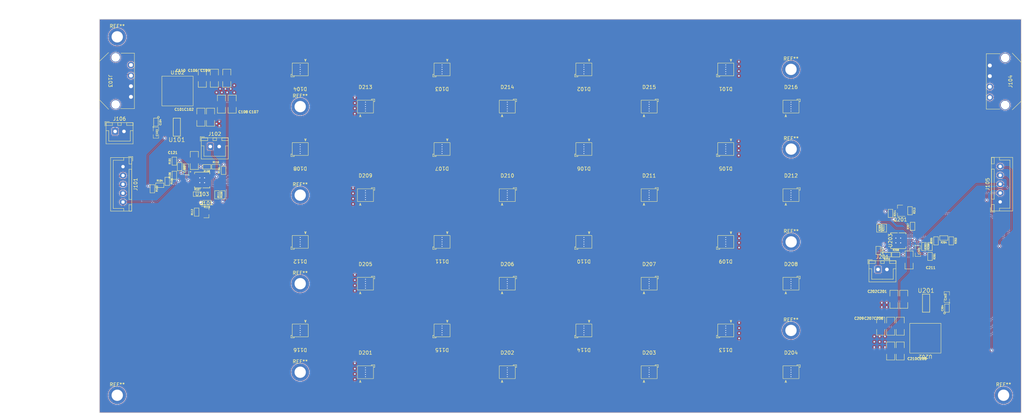
<source format=kicad_pcb>
(kicad_pcb (version 20211014) (generator pcbnew)
  (layers (0 "F.Cu" signal) (1 "In1.Cu" signal) (2 "In2.Cu" signal) (31 "B.Cu" signal) (34 "B.Paste" user) (35 "F.Paste" user) (36 "B.SilkS" user "B.Silkscreen") (37 "F.SilkS" user "F.Silkscreen") (38 "B.Mask" user) (39 "F.Mask" user) (44 "Edge.Cuts" user))
  (net 0 "")
  (net 1 "/VRed")
  (net 2 "GND")
  (net 3 "+24V")
  (net 4 "Net-(C103-Pad1)")
  (net 5 "Net-(C104-Pad2)")
  (net 6 "/VREG_RED")
  (net 7 "Net-(R101-Pad1)")
  (net 8 "Net-(R101-Pad2)")
  (net 9 "/RED_FB")
  (net 10 "Net-(R104-Pad2)")
  (net 11 "Net-(R106-Pad1)")
  (net 12 "Net-(R107-Pad1)")
  (net 13 "Net-(R108-Pad1)")
  (net 14 "Net-(R109-Pad1)")
  (net 15 "/RED_PWM")
  (net 16 "Net-(Q101-Pad3)")
  (net 18 "/EN_RED")
  (net 19 "/BLUE_PWM")
  (net 20 "/EN_BLUE")
  (net 21 "Net-(J102-Pad1)")
  (net 22 "/R01")
  (net 23 "/R02")
  (net 24 "/R03")
  (net 25 "/R04")
  (net 26 "/R11")
  (net 27 "/R12")
  (net 28 "/R13")
  (net 29 "/R14")
  (net 30 "/R21")
  (net 31 "/R22")
  (net 32 "/R23")
  (net 33 "/R24")
  (net 34 "/R31")
  (net 35 "/R32")
  (net 36 "/R33")
  (net 37 "/R34")
  (net 38 "/RSW")
  (net 39 "Net-(C203-Pad1)")
  (net 40 "/Blue LEDS/RSW")
  (net 41 "Net-(C204-Pad2)")
  (net 42 "/Blue LEDS/VREG_RED")
  (net 43 "/Blue LEDS/VRed")
  (net 44 "/Blue LEDS/R01")
  (net 45 "/Blue LEDS/R02")
  (net 46 "/Blue LEDS/R03")
  (net 47 "/Blue LEDS/R04")
  (net 48 "/Blue LEDS/R11")
  (net 49 "/Blue LEDS/R12")
  (net 50 "/Blue LEDS/R13")
  (net 51 "/Blue LEDS/R14")
  (net 52 "/Blue LEDS/R21")
  (net 53 "/Blue LEDS/R22")
  (net 54 "/Blue LEDS/R23")
  (net 55 "/Blue LEDS/R24")
  (net 56 "/Blue LEDS/R31")
  (net 57 "/Blue LEDS/R32")
  (net 58 "/Blue LEDS/R33")
  (net 59 "/Blue LEDS/R34")
  (net 60 "Net-(J201-Pad1)")
  (net 61 "Net-(Q201-Pad3)")
  (net 62 "Net-(R201-Pad1)")
  (net 63 "Net-(R201-Pad2)")
  (net 64 "/Blue LEDS/RED_FB")
  (net 65 "Net-(R204-Pad2)")
  (net 66 "Net-(R206-Pad1)")
  (net 67 "Net-(R207-Pad1)")
  (net 68 "Net-(R208-Pad1)")
  (net 69 "Net-(R209-Pad1)")
  (footprint "Cree:XLamp_MLE" (layer "F.Cu") (at 277.2 168.2 180)
    (fp_text reference "D109")
    (fp_text value "LED_TPAD")
  )
  (footprint "Connectors_Molex:MICROFIT_4POS_FEM_43650-0403" (layer "F.Cu") (at 356 122.9 90)
    (fp_text reference "J104")
    (fp_text value "Conn_01x04")
  )
  (footprint "General_SMD:SM1206" (layer "F.Cu") (at 323.7 192 90)
    (fp_text reference "C207")
    (fp_text value "10uF" hide)
  )
  (footprint "General_SMD:SM0603" (layer "F.Cu") (at 340.8 167.9 -90)
    (fp_text reference "R203")
    (fp_text value "10k" hide)
  )
  (footprint "Bourns:IND_SRP8540A_8.1x8.4x3.8mm" (layer "F.Cu") (at 333.5 195.5 180)
    (fp_text reference "U202")
    (fp_text value "22uH")
  )
  (footprint "General_SMD:SM0603" (layer "F.Cu") (at 323.65 160.15 -90)
    (fp_text reference "R214")
    (fp_text value "10k" hide)
  )
  (footprint "General_SMD:SM0603" (layer "F.Cu") (at 338.7 167.1 180)
    (fp_text reference "R204")
    (fp_text value "5k" hide)
  )
  (footprint "Cree:XLamp_MLE" (layer "F.Cu") (at 157.2 119.5 180)
    (fp_text reference "D104")
    (fp_text value "LED_TPAD")
  )
  (footprint "General_SMD:SM0603" (layer "F.Cu") (at 329.15 159.4 -90)
    (fp_text reference "R213")
    (fp_text value "10k" hide)
  )
  (footprint "Cree:XLamp_MLE" (layer "F.Cu") (at 237.2 141.98 180)
    (fp_text reference "D106")
    (fp_text value "LED_TPAD")
  )
  (footprint "General_SMD:SM0603" (layer "F.Cu") (at 325.162 171.8)
    (fp_text reference "R208")
    (fp_text value "NC" hide)
  )
  (footprint "General_SMD:SM1206" (layer "F.Cu") (at 138 129.3 -90)
    (fp_text reference "C107")
    (fp_text value "10uF" hide)
  )
  (footprint "Cree:XLamp_MLE" (layer "F.Cu") (at 237.2 193.2 180)
    (fp_text reference "D114")
    (fp_text value "LED_TPAD")
  )
  (footprint "General_SMD:SM0603" (layer "F.Cu") (at 133.75 154.9 -90)
    (fp_text reference "R109")
    (fp_text value "TBD" hide)
  )
  (footprint "General_SMD:SM1206" (layer "F.Cu") (at 326.4 192 90)
    (fp_text reference "C206")
    (fp_text value "10uF" hide)
  )
  (footprint "Cree:XLamp_MLE" (layer "F.Cu") (at 197.2 141.98 180)
    (fp_text reference "D107")
    (fp_text value "LED_TPAD")
  )
  (footprint "Mounting_Holes:3.2mm_plated" (layer "F.Cu") (at 295.6 193.2)
    (fp_text reference "REF**")
    (fp_text value "3.2mm_plated")
  )
  (footprint "Cree:XLamp_MLE" (layer "F.Cu") (at 295.6 180)
    (fp_text reference "D208")
    (fp_text value "LED_TPAD")
  )
  (footprint "General_SMD:SM0603" (layer "F.Cu") (at 115.5 153.2 -90)
    (fp_text reference "R103")
    (fp_text value "10k" hide)
  )
  (footprint "SOT:SOT-23" (layer "F.Cu") (at 130.7 159.8)
    (fp_text reference "Q101")
    (fp_text value "BSS138")
  )
  (footprint "QFN:ADP8140_LFCSP16_4x4_0.4mm" (layer "F.Cu") (at 129.55 150.8 -90)
    (fp_text reference "U103")
    (fp_text value "ADP8140ACPZ")
  )
  (footprint "Connector_JST:JST_XH_B2B-XH-A_1x02_P2.50mm_Vertical" (layer "F.Cu") (at 105 137)
    (fp_text reference "J106")
    (fp_text value "FAN Connector")
  )
  (footprint "General_SMD:SM0603" (layer "F.Cu") (at 130.9 157.1 180)
    (fp_text reference "R113")
    (fp_text value "10k" hide)
  )
  (footprint "Cree:XLamp_MLE" (layer "F.Cu") (at 255.6 205)
    (fp_text reference "D203")
    (fp_text value "LED_TPAD")
  )
  (footprint "Mounting_Holes:3.2mm_plated" (layer "F.Cu") (at 355.55 211.5)
    (fp_text reference "REF**")
    (fp_text value "3.2mm_plated")
  )
  (footprint "General_SMD:SM1206" (layer "F.Cu") (at 328.9 173.3 -90)
    (fp_text reference "C211")
    (fp_text value "4.7uF" hide)
  )
  (footprint "Cree:XLamp_MLE" (layer "F.Cu") (at 175.6 180)
    (fp_text reference "D205")
    (fp_text value "NC")
  )
  (footprint "Cree:XLamp_MLE" (layer "F.Cu") (at 277.2 193.2 180)
    (fp_text reference "D113")
    (fp_text value "LED_TPAD")
  )
  (footprint "SOIC:SOIC-8_208mil" (layer "F.Cu") (at 333.695123 185.495122 90)
    (fp_text reference "U201")
    (fp_text value "L6982")
  )
  (footprint "General_SMD:SM1206" (layer "F.Cu") (at 327.4 184.4 90)
    (fp_text reference "C201")
    (fp_text value "4.7uF" hide)
  )
  (footprint "Cree:XLamp_MLE" (layer "F.Cu") (at 215.6 155)
    (fp_text reference "D210")
    (fp_text value "LED_TPAD")
  )
  (footprint "General_SMD:SM0603" (layer "F.Cu") (at 339.6 186.9 90)
    (fp_text reference "C204")
    (fp_text value "100nF" hide)
  )
  (footprint "Cree:XLamp_MLE" (layer "F.Cu") (at 197.2 168.2 180)
    (fp_text reference "D111")
    (fp_text value "LED_TPAD")
  )
  (footprint "General_SMD:SM1206" (layer "F.Cu") (at 324.65 184.4 90)
    (fp_text reference "C202")
    (fp_text value "4.7uF" hide)
  )
  (footprint "Cree:XLamp_MLE" (layer "F.Cu") (at 295.6 155)
    (fp_text reference "D212")
    (fp_text value "LED_TPAD")
  )
  (footprint "Cree:XLamp_MLE" (layer "F.Cu") (at 157.2 168.2 180)
    (fp_text reference "D112")
    (fp_text value "LED_TPAD")
  )
  (footprint "General_SMD:SM1206" (layer "F.Cu") (at 127.35 145.2 90)
    (fp_text reference "C121")
    (fp_text value "4.7uF" hide)
  )
  (footprint "General_SMD:SM0603" (layer "F.Cu") (at 334.8 169.5 90)
    (fp_text reference "R202")
    (fp_text value "10k" hide)
  )
  (footprint "Cree:XLamp_MLE" (layer "F.Cu") (at 215.6 180)
    (fp_text reference "D206")
    (fp_text value "LED_TPAD")
  )
  (footprint "General_SMD:SM0603" (layer "F.Cu") (at 333.1 169.5 -90)
    (fp_text reference "R206")
    (fp_text value "52.3k" hide)
  )
  (footprint "General_SMD:SM0603" (layer "F.Cu") (at 121.7 149.4 90)
    (fp_text reference "R106")
    (fp_text value "52.3k" hide)
  )
  (footprint "Mounting_Holes:3.2mm_plated" (layer "F.Cu") (at 295.6 119.5)
    (fp_text reference "REF**")
    (fp_text value "3.2mm_plated")
  )
  (footprint "Cree:XLamp_MLE" (layer "F.Cu") (at 175.6 205)
    (fp_text reference "D201")
    (fp_text value "NC")
  )
  (footprint "General_SMD:SM1206" (layer "F.Cu") (at 129.6 122 90)
    (fp_text reference "C110")
    (fp_text value "10uF" hide)
  )
  (footprint "General_SMD:SM0603" (layer "F.Cu") (at 119.7 151.1 -90)
    (fp_text reference "R105")
    (fp_text value "15k" hide)
  )
  (footprint "Cree:XLamp_MLE" (layer "F.Cu") (at 237.2 119.5 180)
    (fp_text reference "D102")
    (fp_text value "LED_TPAD")
  )
  (footprint "General_SMD:SM0805" (layer "F.Cu") (at 116.5 137.4 -90)
    (fp_text reference "C103")
    (fp_text value "1uF" hide)
  )
  (footprint "Connectors_Molex:MICROFIT_4POS_FEM_43650-0403" (layer "F.Cu") (at 105.150001 122.75 -90)
    (fp_text reference "J103")
    (fp_text value "Conn_01x04")
  )
  (footprint "SOT:SOT-23" (layer "F.Cu") (at 326.4 159.4 180)
    (fp_text reference "Q201")
    (fp_text value "BSS138")
  )
  (footprint "Cree:XLamp_MLE" (layer "F.Cu") (at 197.2 119.5 180)
    (fp_text reference "D103")
    (fp_text value "LED_TPAD")
  )
  (footprint "General_SMD:SM0603" (layer "F.Cu") (at 128.2 154.7)
    (fp_text reference "R107")
    (fp_text value "7.32k" hide)
  )
  (footprint "Mounting_Holes:3.2mm_plated" (layer "F.Cu") (at 157.2 205)
    (fp_text reference "REF**")
    (fp_text value "3.2mm_plated")
  )
  (footprint "Cree:XLamp_MLE" (layer "F.Cu") (at 175.6 155)
    (fp_text reference "D209")
    (fp_text value "NC")
  )
  (footprint "QFN:ADP8140_LFCSP16_4x4_0.4mm" (layer "F.Cu") (at 325.85 167.8 90)
    (fp_text reference "U203")
    (fp_text value "ADP8140ACPZ")
  )
  (footprint "General_SMD:SM0603" (layer "F.Cu") (at 116.5 134.4 -90)
    (fp_text reference "C104")
    (fp_text value "100nF" hide)
  )
  (footprint "Cree:XLamp_MLE" (layer "F.Cu") (at 255.6 180)
    (fp_text reference "D207")
    (fp_text value "LED_TPAD")
  )
  (footprint "Cree:XLamp_MLE" (layer "F.Cu") (at 197.2 193.2 180)
    (fp_text reference "D115")
    (fp_text value "LED_TPAD")
  )
  (footprint "Cree:XLamp_MLE" (layer "F.Cu") (at 295.6 205)
    (fp_text reference "D204")
    (fp_text value "LED_TPAD")
  )
  (footprint "General_SMD:SM0603" (layer "F.Cu") (at 135.6 148 90)
    (fp_text reference "R114")
    (fp_text value "NC" hide)
  )
  (footprint "General_SMD:SM1206" (layer "F.Cu") (at 133 122 90)
    (fp_text reference "C106")
    (fp_text value "10uF" hide)
  )
  (footprint "Cree:XLamp_MLE" (layer "F.Cu") (at 157.2 141.98 180)
    (fp_text reference "D108")
    (fp_text value "LED_TPAD")
  )
  (footprint "General_SMD:SM0603" (layer "F.Cu") (at 121.7 145.4 90)
    (fp_text reference "R101")
    (fp_text value "0" hide)
  )
  (footprint "Connector_JST:JST_XH_B5B-XH-A_1x05_P2.50mm_Vertical" (layer "F.Cu") (at 107.225 146.95 -90)
    (fp_text reference "J101")
    (fp_text value "Conn_01x05")
  )
  (footprint "General_SMD:SM0603" (layer "F.Cu") (at 135.4 154.9 90)
    (fp_text reference "R111")
    (fp_text value "TBD" hide)
  )
  (footprint "Cree:XLamp_MLE" (layer "F.Cu") (at 157.2 193.2 180)
    (fp_text reference "D116")
    (fp_text value "LED_TPAD")
  )
  (footprint "Cree:XLamp_MLE" (layer "F.Cu") (at 175.6 130)
    (fp_text reference "D213")
    (fp_text value "NC")
  )
  (footprint "General_SMD:SM0603" (layer "F.Cu") (at 321.9 164.3 90)
    (fp_text reference "R209")
    (fp_text value "TBD" hide)
  )
  (footprint "General_SMD:SM1206" (layer "F.Cu") (at 136.5 122 90)
    (fp_text reference "C109")
    (fp_text value "10uF" hide)
  )
  (footprint "Mounting_Holes:3.2mm_plated" (layer "F.Cu") (at 105.6 110.3)
    (fp_text reference "REF**")
    (fp_text value "3.2mm_plated")
  )
  (footprint "General_SMD:SM1206" (layer "F.Cu") (at 129.199999 133 90)
    (fp_text reference "C101")
    (fp_text value "4.7uF" hide)
  )
  (footprint "General_SMD:SM0603" (layer "F.Cu") (at 130.85 147 180)
    (fp_text reference "R108")
    (fp_text value "NC" hide)
  )
  (footprint "General_SMD:SM0805" (layer "F.Cu") (at 125 147.7 90)
    (fp_text reference "C105")
    (fp_text value "1uF" hide)
  )
  (footprint "General_SMD:SM1206" (layer "F.Cu") (at 135 129.3 -90)
    (fp_text reference "C108")
    (fp_text value "10uF" hide)
  )
  (footprint "Cree:XLamp_MLE" (layer "F.Cu") (at 255.6 155)
    (fp_text reference "D211")
    (fp_text value "LED_TPAD")
  )
  (footprint "General_SMD:SM0603" (layer "F.Cu") (at 336.5 167.9 90)
    (fp_text reference "R205")
    (fp_text value "15k" hide)
  )
  (footprint "General_SMD:SM0603" (layer "F.Cu") (at 117.6 152.2)
    (fp_text reference "R104")
    (fp_text value "5k" hide)
  )
  (footprint "General_SMD:SM0805" (layer "F.Cu") (at 339.5365 183.773 90)
    (fp_text reference "C203")
    (fp_text value "1uF" hide)
  )
  (footprint "General_SMD:SM0603" (layer "F.Cu") (at 320.4 164.3 -90)
    (fp_text reference "R211")
    (fp_text value "TBD" hide)
  )
  (footprint "General_SMD:SM0603" (layer "F.Cu") (at 320.2 170.6 -90)
    (fp_text reference "R212")
    (fp_text value "NC" hide)
  )
  (footprint "General_SMD:SM0603" (layer "F.Cu") (at 133.4 147)
    (fp_text reference "R110")
    (fp_text value "0" hide)
  )
  (footprint "General_SMD:SM1206" (layer "F.Cu") (at 323.7 199 -90)
    (fp_text reference "C210")
    (fp_text value "10uF" hide)
  )
  (footprint "Cree:XLamp_MLE" (layer "F.Cu") (at 237.2 168.2 180)
    (fp_text reference "D110")
    (fp_text value "LED_TPAD")
  )
  (footprint "Connector_JST:JST_XH_B2B-XH-A_1x02_P2.50mm_Vertical" (layer "F.Cu") (at 320.15 175.975)
    (fp_text reference "J201")
    (fp_text value "NTC")
  )
  (footprint "Bourns:IND_SRP8540A_8.1x8.4x3.8mm" (layer "F.Cu") (at 122.6 125.5)
    (fp_text reference "U102")
    (fp_text value "22uH")
  )
  (footprint "Mounting_Holes:3.2mm_plated" (layer "F.Cu") (at 157.2 130)
    (fp_text reference "REF**")
    (fp_text value "3.2mm_plated")
  )
  (footprint "Cree:XLamp_MLE" (layer "F.Cu") (at 277.2 119.5 180)
    (fp_text reference "D101")
    (fp_text value "LED_TPAD")
  )
  (footprint "Cree:XLamp_MLE" (layer "F.Cu") (at 295.6 130)
    (fp_text reference "D216")
    (fp_text value "LED_TPAD")
  )
  (footprint "General_SMD:SM0603" (layer "F.Cu") (at 329.9 163.8 90)
    (fp_text reference "R207")
    (fp_text value "7.32k" hide)
  )
  (footprint "General_SMD:SM0603" (layer "F.Cu") (at 123.2 146.962 -90)
    (fp_text reference "R102")
    (fp_text value "10k" hide)
  )
  (footprint "Cree:XLamp_MLE" (layer "F.Cu") (at 215.6 130)
    (fp_text reference "D214")
    (fp_text value "LED_TPAD")
  )
  (footprint "Cree:XLamp_MLE" (layer "F.Cu") (at 255.6 130)
    (fp_text reference "D215")
    (fp_text value "LED_TPAD")
  )
  (footprint "SOIC:SOIC-8_208mil" (layer "F.Cu") (at 122.404875 135.804879 -90)
    (fp_text reference "U101")
    (fp_text value "L6982")
  )
  (footprint "Mounting_Holes:3.2mm_plated" (layer "F.Cu") (at 157.2 155)
    (fp_text reference "REF**")
    (fp_text value "3.2mm_plated")
  )
  (footprint "Mounting_Holes:3.2mm_plated" (layer "F.Cu") (at 105.6 211.5)
    (fp_text reference "REF**")
    (fp_text value "3.2mm_plated")
  )
  (footprint "Mounting_Holes:3.2mm_plated" (layer "F.Cu") (at 295.65 168.2)
    (fp_text reference "REF**")
    (fp_text value "3.2mm_plated")
  )
  (footprint "Cree:XLamp_MLE" (layer "F.Cu") (at 215.6 205)
    (fp_text reference "D202")
    (fp_text value "LED_TPAD")
  )
  (footprint "Cree:XLamp_MLE" (layer "F.Cu") (at 277.2 141.98 180)
    (fp_text reference "D105")
    (fp_text value "LED_TPAD")
  )
  (footprint "Connector_JST:JST_XH_B5B-XH-A_1x05_P2.50mm_Vertical" (layer "F.Cu") (at 354.6 156.9 90)
    (fp_text reference "J105")
    (fp_text value "Conn_01x05")
  )
  (footprint "Mounting_Holes:3.2mm_plated" (layer "F.Cu") (at 157.2 180)
    (fp_text reference "REF**")
    (fp_text value "3.2mm_plated")
  )
  (footprint "Connector_JST:JST_XH_B2B-XH-A_1x02_P2.50mm_Vertical" (layer "F.Cu") (at 131.85 141.275)
    (fp_text reference "J102")
    (fp_text value "NTC")
  )
  (footprint "General_SMD:SM0805" (layer "F.Cu") (at 331.4 170.8 -90)
    (fp_text reference "C205")
    (fp_text value "1uF" hide)
  )
  (footprint "General_SMD:SM0603" (layer "F.Cu") (at 334.8 172.3 -90)
    (fp_text reference "R201")
    (fp_text value "0" hide)
  )
  (footprint "General_SMD:SM1206" (layer "F.Cu") (at 131.9 133 90)
    (fp_text reference "C102")
    (fp_text value "4.7uF" hide)
  )
  (footprint "General_SMD:SM0603" (layer "F.Cu") (at 128 159.8 90)
    (fp_text reference "R112")
    (fp_text value "10k" hide)
  )
  (footprint "General_SMD:SM0603" (layer "F.Cu") (at 322.662 171.8 180)
    (fp_text reference "R210")
    (fp_text value "0" hide)
  )
  (footprint "Mounting_Holes:3.2mm_plated" (layer "F.Cu") (at 295.65 142)
    (fp_text reference "REF**")
    (fp_text value "3.2mm_plated")
  )
  (footprint "General_SMD:SM1206" (layer "F.Cu") (at 326.4 199 -90)
    (fp_text reference "C208")
    (fp_text value "10uF" hide)
  )
  (footprint "General_SMD:SM1206" (layer "F.Cu") (at 320.9 192 90)
    (fp_text reference "C209")
    (fp_text value "10uF" hide)
  )
  (gr_rect (start 100.55 105.28) (end 360.57 216.47) (layer "Edge.Cuts") (width 0.1) (fill none))
  (segment (start 135.4 156.8) (end 135.4 155.662) (width 0.25) (layer "F.Cu") (net 1))
  (via (at 136.1 125) (size 0.8) (drill 0.4) (layers "F.Cu" "B.Cu") (net 1))
  (via (at 133.6 126) (size 0.8) (drill 0.4) (layers "F.Cu" "B.Cu") (net 1))
  (via (at 280.96 169.8) (size 0.8) (drill 0.4) (layers "F.Cu" "B.Cu") (net 1))
  (via (at 280.84 139.78) (size 0.8) (drill 0.4) (layers "F.Cu" "B.Cu") (net 1))
  (via (at 138.6 126) (size 0.8) (drill 0.4) (layers "F.Cu" "B.Cu") (net 1))
  (via (at 280.9 118.63) (size 0.8) (drill 0.4) (layers "F.Cu" "B.Cu") (net 1))
  (via (at 280.97 195.45) (size 0.8) (drill 0.4) (layers "F.Cu" "B.Cu") (net 1))
  (via (at 280.97 193.97) (size 0.8) (drill 0.4) (layers "F.Cu" "B.Cu") (net 1))
  (via (at 280.96 168.45) (size 0.8) (drill 0.4) (layers "F.Cu" "B.Cu") (net 1))
  (via (at 137.6 125) (size 0.8) (drill 0.4) (layers "F.Cu" "B.Cu") (net 1))
  (via (at 138.6 124) (size 0.8) (drill 0.4) (layers "F.Cu" "B.Cu") (net 1))
  (via (at 134.6 125) (size 0.8) (drill 0.4) (layers "F.Cu" "B.Cu") (net 1))
  (via (at 280.85 143.8) (size 0.8) (drill 0.4) (layers "F.Cu" "B.Cu") (net 1))
  (via (at 280.85 141.2) (size 0.8) (drill 0.4) (layers "F.Cu" "B.Cu") (net 1))
  (via (at 280.98 191.06) (size 0.8) (drill 0.4) (layers "F.Cu" "B.Cu") (net 1))
  (via (at 280.97 192.54) (size 0.8) (drill 0.4) (layers "F.Cu" "B.Cu") (net 1))
  (via (at 280.9 117.34) (size 0.8) (drill 0.4) (layers "F.Cu" "B.Cu") (net 1))
  (via (at 136.6 126) (size 0.8) (drill 0.4) (layers "F.Cu" "B.Cu") (net 1))
  (via (at 280.9 119.99) (size 0.8) (drill 0.4) (layers "F.Cu" "B.Cu") (net 1))
  (via (at 280.85 142.35) (size 0.8) (drill 0.4) (layers "F.Cu" "B.Cu") (net 1))
  (via (at 135.4 156.8) (size 0.8) (drill 0.4) (layers "F.Cu" "B.Cu") (net 1))
  (via (at 280.95 166) (size 0.8) (drill 0.4) (layers "F.Cu" "B.Cu") (net 1))
  (via (at 280.96 167.17) (size 0.8) (drill 0.4) (layers "F.Cu" "B.Cu") (net 1))
  (via (at 135.1 126) (size 0.8) (drill 0.4) (layers "F.Cu" "B.Cu") (net 1))
  (via (at 280.9 121.33) (size 0.8) (drill 0.4) (layers "F.Cu" "B.Cu") (net 1))
  (segment (start 136.6 126) (end 136.6 155.6) (width 0.25) (layer "B.Cu") (net 1))
  (segment (start 136.6 155.6) (end 135.4 156.8) (width 0.25) (layer "B.Cu") (net 1))
  (segment (start 322.4 170.6) (end 322.238 170.762) (width 0.25) (layer "F.Cu") (net 3))
  (segment (start 126.832843 149.167157) (end 126.832843 148.567157) (width 0.25) (layer "F.Cu") (net 3))
  (segment (start 127.2 148.2) (end 127.2 147.001) (width 0.25) (layer "F.Cu") (net 3))
  (segment (start 105 137) (end 105 135.2) (width 0.25) (layer "F.Cu") (net 3))
  (segment (start 105 135.2) (end 102.4 132.6) (width 0.25) (layer "F.Cu") (net 3))
  (segment (start 129.051 146.851) (end 129.2 147) (width 0.25) (layer "F.Cu") (net 3))
  (segment (start 127.2 147.001) (end 127.35 146.851) (width 0.25) (layer "F.Cu") (net 3))
  (segment (start 102.4 123.4) (end 104.8 121) (width 0.25) (layer "F.Cu") (net 3))
  (segment (start 328.8 171.549) (end 328.9 171.649) (width 0.25) (layer "F.Cu") (net 3))
  (segment (start 127.5 149.4) (end 127.065686 149.4) (width 0.25) (layer "F.Cu") (net 3))
  (segment (start 126.832843 148.567157) (end 127.2 148.2) (width 0.25) (layer "F.Cu") (net 3))
  (segment (start 328.6 169.2) (end 328.8 169.4) (width 0.25) (layer "F.Cu") (net 3))
  (segment (start 328.749 171.8) (end 328.9 171.649) (width 0.25) (layer "F.Cu") (net 3))
  (segment (start 327.2 171.8) (end 328.749 171.8) (width 0.25) (layer "F.Cu") (net 3))
  (segment (start 135.6 147.238) (end 135.6 146.4) (width 0.25) (layer "F.Cu") (net 3))
  (segment (start 320.438 171.362) (end 321.2 170.6) (width 0.25) (layer "F.Cu") (net 3))
  (segment (start 328.8 169.4) (end 328.8 171.549) (width 0.25) (layer "F.Cu") (net 3))
  (segment (start 325.924 171.8) (end 327.2 171.8) (width 0.25) (layer "F.Cu") (net 3))
  (segment (start 102.4 132.6) (end 102.4 123.4) (width 0.25) (layer "F.Cu") (net 3))
  (segment (start 320.2 171.362) (end 320.438 171.362) (width 0.25) (layer "F.Cu") (net 3))
  (segment (start 321.2 170.6) (end 322.4 170.6) (width 0.25) (layer "F.Cu") (net 3))
  (segment (start 130.088 147) (end 129.2 147) (width 0.25) (layer "F.Cu") (net 3))
  (segment (start 104.8 121) (end 109.220001 121) (width 0.25) (layer "F.Cu") (net 3))
  (segment (start 127.065686 149.4) (end 126.832843 149.167157) (width 0.25) (layer "F.Cu") (net 3))
  (segment (start 109.220001 121) (end 109.470001 121.25) (width 0.25) (layer "F.Cu") (net 3))
  (segment (start 127.35 146.851) (end 129.051 146.851) (width 0.25) (layer "F.Cu") (net 3))
  (segment (start 327.9 169.2) (end 328.6 169.2) (width 0.25) (layer "F.Cu") (net 3))
  (via (at 327.2 171.8) (size 0.8) (drill 0.4) (layers "F.Cu" "B.Cu") (net 3))
  (via (at 321.2 185.4) (size 0.8) (drill 0.4) (layers "F.Cu" "B.Cu") (net 3))
  (via (at 129.2 147) (size 0.8) (drill 0.4) (layers "F.Cu" "B.Cu") (net 3))
  (via (at 134.4 135.4) (size 0.8) (drill 0.4) (layers "F.Cu" "B.Cu") (net 3))
  (via (at 322.6 186.6) (size 0.8) (drill 0.4) (layers "F.Cu" "B.Cu") (net 3))
  (via (at 133.6 134.8) (size 0.8) (drill 0.4) (layers "F.Cu" "B.Cu") (net 3))
  (via (at 322.6 185.4) (size 0.8) (drill 0.4) (layers "F.Cu" "B.Cu") (net 3))
  (via (at 322.4 170.6) (size 0.8) (drill 0.4) (layers "F.Cu" "B.Cu") (net 3))
  (via (at 134.4 134.2) (size 0.8) (drill 0.4) (layers "F.Cu" "B.Cu") (net 3))
  (via (at 321.2 186.6) (size 0.8) (drill 0.4) (layers "F.Cu" "B.Cu") (net 3))
  (via (at 135.6 146.4) (size 0.8) (drill 0.4) (layers "F.Cu" "B.Cu") (net 3))
  (segment (start 116.5 136.4475) (end 119.022254 136.4475) (width 0.25) (layer "F.Cu") (net 4))
  (segment (start 119.022254 136.4475) (end 119.029875 136.439879) (width 0.25) (layer "F.Cu") (net 4))
  (segment (start 116.507879 135.169879) (end 116.5 135.162) (width 0.25) (layer "F.Cu") (net 5))
  (segment (start 119.029875 135.169879) (end 116.507879 135.169879) (width 0.25) (layer "F.Cu") (net 5))
  (segment (start 123.2 148.3) (end 123.6 148.7) (width 0.25) (layer "F.Cu") (net 6))
  (segment (start 126.9 149.8) (end 127.5 149.8) (width 0.25) (layer "F.Cu") (net 6))
  (segment (start 122.9 149.4) (end 123.6 148.7) (width 0.25) (layer "F.Cu") (net 6))
  (segment (start 119.7 150.338) (end 119.7 150.1) (width 0.25) (layer "F.Cu") (net 6))
  (segment (start 120.4 149.4) (end 122.9 149.4) (width 0.25) (layer "F.Cu") (net 6))
  (segment (start 119.7 150.1) (end 120.4 149.4) (width 0.25) (layer "F.Cu") (net 6))
  (segment (start 125.7525 148.6525) (end 126.9 149.8) (width 0.25) (layer "F.Cu") (net 6))
  (segment (start 129.2 157.1) (end 130.138 157.1) (width 0.25) (layer "F.Cu") (net 6))
  (segment (start 124.9525 148.7) (end 125 148.6525) (width 0.25) (layer "F.Cu") (net 6))
  (segment (start 123.2 147.724) (end 123.2 148.3) (width 0.25) (layer "F.Cu") (net 6))
  (segment (start 125 148.6525) (end 125.7525 148.6525) (width 0.25) (layer "F.Cu") (net 6))
  (segment (start 123.6 148.7) (end 124.9525 148.7) (width 0.25) (layer "F.Cu") (net 6))
  (via (at 129.2 157.1) (size 0.8) (drill 0.4) (layers "F.Cu" "B.Cu") (net 6))
  (via (at 123.6 148.7) (size 0.8) (drill 0.4) (layers "F.Cu" "B.Cu") (net 6))
  (segment (start 125.8 151) (end 125.6 150.8) (width 0.25) (layer "F.Cu") (net 7))
  (segment (start 123.162 146.162) (end 123.2 146.2) (width 0.25) (layer "F.Cu") (net 7))
  (segment (start 123.2 145.2) (end 123.2 146.2) (width 0.25) (layer "F.Cu") (net 7))
  (segment (start 121.7 146.162) (end 123.162 146.162) (width 0.25) (layer "F.Cu") (net 7))
  (segment (start 127.5 151) (end 125.8 151) (width 0.25) (layer "F.Cu") (net 7))
  (via (at 125.6 150.8) (size 0.8) (drill 0.4) (layers "F.Cu" "B.Cu") (net 7))
  (via (at 123.2 145.2) (size 0.8) (drill 0.4) (layers "F.Cu" "B.Cu") (net 7))
  (segment (start 123.9 145.2) (end 123.2 145.2) (width 0.25) (layer "B.Cu") (net 7))
  (segment (start 125.1 146.4) (end 123.9 145.2) (width 0.25) (layer "B.Cu") (net 7))
  (segment (start 125.1 147.9) (end 125.1 146.4) (width 0.25) (layer "B.Cu") (net 7))
  (segment (start 125.6 150.8) (end 125.1 150.3) (width 0.25) (layer "B.Cu") (net 7))
  (segment (start 125.1 149.9) (end 125.1 147.9) (width 0.25) (layer "B.Cu") (net 7))
  (segment (start 125.1 150.3) (end 125.1 149.9) (width 0.25) (layer "B.Cu") (net 7))
  (segment (start 121.7 142.8) (end 122.9 141.6) (width 0.25) (layer "F.Cu") (net 8))
  (segment (start 127.5 137.7) (end 125.789754 137.7) (width 0.25) (layer "F.Cu") (net 8))
  (segment (start 126.6 141.6) (end 128.2 140) (width 0.25) (layer "F.Cu") (net 8))
  (segment (start 121.7 144.638) (end 121.7 142.8) (width 0.25) (layer "F.Cu") (net 8))
  (segment (start 128.2 140) (end 128.2 138.4) (width 0.25) (layer "F.Cu") (net 8))
  (segment (start 128.2 138.4) (end 127.5 137.7) (width 0.25) (layer "F.Cu") (net 8))
  (segment (start 125.789754 137.7) (end 125.779875 137.709879) (width 0.25) (layer "F.Cu") (net 8))
  (segment (start 122.9 141.6) (end 126.6 141.6) (width 0.25) (layer "F.Cu") (net 8))
  (segment (start 119 138.9) (end 119 137.739754) (width 0.25) (layer "F.Cu") (net 9))
  (segment (start 115.5 152.438) (end 114.438 152.438) (width 0.25) (layer "F.Cu") (net 9))
  (segment (start 116.6 152.438) (end 116.838 152.2) (width 0.25) (layer "F.Cu") (net 9))
  (segment (start 115.5 152.438) (end 116.6 152.438) (width 0.25) (layer "F.Cu") (net 9))
  (segment (start 119 137.739754) (end 119.029875 137.709879) (width 0.25) (layer "F.Cu") (net 9))
  (segment (start 114.438 152.438) (end 114.4 152.4) (width 0.25) (layer "F.Cu") (net 9))
  (via (at 114.4 152.4) (size 0.8) (drill 0.4) (layers "F.Cu" "B.Cu") (net 9))
  (via (at 119 138.9) (size 0.8) (drill 0.4) (layers "F.Cu" "B.Cu") (net 9))
  (segment (start 114.2 143.7) (end 119 138.9) (width 0.25) (layer "B.Cu") (net 9))
  (segment (start 114.4 152.4) (end 114.2 152.2) (width 0.25) (layer "B.Cu") (net 9))
  (segment (start 114.2 152.2) (end 114.2 143.7) (width 0.25) (layer "B.Cu") (net 9))
  (segment (start 118.7 152.2) (end 119 151.9) (width 0.25) (layer "F.Cu") (net 10))
  (segment (start 119 151.9) (end 119.662 151.9) (width 0.25) (layer "F.Cu") (net 10))
  (segment (start 118.362 152.2) (end 118.7 152.2) (width 0.25) (layer "F.Cu") (net 10))
  (segment (start 119.662 151.9) (end 119.7 151.862) (width 0.25) (layer "F.Cu") (net 10))
  (segment (start 119.762 151.8) (end 119.7 151.862) (width 0.25) (layer "F.Cu") (net 10))
  (segment (start 127.5 151.8) (end 119.762 151.8) (width 0.25) (layer "F.Cu") (net 10))
  (segment (start 121.7 150.162) (end 122.838 150.162) (width 0.25) (layer "F.Cu") (net 11))
  (segment (start 122.838 150.162) (end 123.3495 149.6505) (width 0.25) (layer "F.Cu") (net 11))
  (segment (start 123.3495 149.6505) (end 126.0505 149.6505) (width 0.25) (layer "F.Cu") (net 11))
  (segment (start 126.6 150.2) (end 127.5 150.2) (width 0.25) (layer "F.Cu") (net 11))
  (segment (start 126.0505 149.6505) (end 126.6 150.2) (width 0.25) (layer "F.Cu") (net 11))
  (segment (start 127.5 152.2) (end 126.6 152.2) (width 0.25) (layer "F.Cu") (net 12))
  (segment (start 126.6 152.2) (end 126.2 152.6) (width 0.25) (layer "F.Cu") (net 12))
  (segment (start 126.5 154.6) (end 127.338 154.6) (width 0.25) (layer "F.Cu") (net 12))
  (segment (start 126.2 154.3) (end 126.5 154.6) (width 0.25) (layer "F.Cu") (net 12))
  (segment (start 126.2 152.6) (end 126.2 154.3) (width 0.25) (layer "F.Cu") (net 12))
  (segment (start 127.338 154.6) (end 127.438 154.7) (width 0.25) (layer "F.Cu") (net 12))
  (segment (start 131.6 149.4) (end 132.2 149.4) (width 0.25) (layer "F.Cu") (net 13))
  (segment (start 132.2 149.4) (end 132.6 149) (width 0.25) (layer "F.Cu") (net 13))
  (segment (start 132.6 149) (end 132.6 147.038) (width 0.25) (layer "F.Cu") (net 13))
  (segment (start 132.6 147.038) (end 132.638 147) (width 0.25) (layer "F.Cu") (net 13))
  (segment (start 131.612 147) (end 132.638 147) (width 0.25) (layer "F.Cu") (net 13))
  (segment (start 133.6 153.988) (end 133.75 154.138) (width 0.25) (layer "F.Cu") (net 14))
  (segment (start 133.6 153.3) (end 133.6 153.988) (width 0.25) (layer "F.Cu") (net 14))
  (segment (start 131.6 152.2) (end 132.5 152.2) (width 0.25) (layer "F.Cu") (net 14))
  (segment (start 135.4 154.138) (end 133.75 154.138) (width 0.25) (layer "F.Cu") (net 14))
  (segment (start 132.5 152.2) (end 133.6 153.3) (width 0.25) (layer "F.Cu") (net 14))
  (segment (start 107.15 154.45) (end 106 155.6) (width 0.25) (layer "F.Cu") (net 15))
  (segment (start 123.4 211.2) (end 124.4 212.2) (width 0.25) (layer "F.Cu") (net 15))
  (segment (start 115.2 156.7) (end 116.9 158.4) (width 0.25) (layer "F.Cu") (net 15))
  (segment (start 116.9 158.4) (end 118.9 158.4) (width 0.25) (layer "F.Cu") (net 15))
  (segment (start 105.6 193.4) (end 123.4 211.2) (width 0.25) (layer "F.Cu") (net 15))
  (segment (start 332.2 212.2) (end 341.2 203.2) (width 0.25) (layer "F.Cu") (net 15))
  (segment (start 110.55 154.45) (end 112.8 156.7) (width 0.25) (layer "F.Cu") (net 15))
  (segment (start 106 155.6) (end 105.6 156) (width 0.25) (layer "F.Cu") (net 15))
  (segment (start 127.838 159.2) (end 128 159.038) (width 0.25) (layer "F.Cu") (net 15))
  (segment (start 129.7 158.85) (end 128.188 158.85) (width 0.25) (layer "F.Cu") (net 15))
  (segment (start 341.2 203.2) (end 355.6 188.8) (width 0.25) (layer "F.Cu") (net 15))
  (segment (start 355.6 164.4) (end 350.8 159.6) (width 0.25) (layer "F.Cu") (net 15))
  (segment (start 350.8 159.6) (end 350.8 156.4) (width 0.25) (layer "F.Cu") (net 15))
  (segment (start 355.6 180.6) (end 355.6 168.4) (width 0.25) (layer "F.Cu") (net 15))
  (segment (start 107.225 154.45) (end 110.55 154.45) (width 0.25) (layer "F.Cu") (net 15))
  (segment (start 112.8 156.7) (end 115.2 156.7) (width 0.25) (layer "F.Cu") (net 15))
  (segment (start 105.6 156) (end 105.6 193.4) (width 0.25) (layer "F.Cu") (net 15))
  (segment (start 355.6 168.4) (end 355.6 164.4) (width 0.25) (layer "F.Cu") (net 15))
  (segment (start 119.7 159.2) (end 127.838 159.2) (width 0.25) (layer "F.Cu") (net 15))
  (segment (start 107.225 154.45) (end 107.15 154.45) (width 0.25) (layer "F.Cu") (net 15))
  (segment (start 118.9 158.4) (end 119.7 159.2) (width 0.25) (layer "F.Cu") (net 15))
  (segment (start 124.4 212.2) (end 332.2 212.2) (width 0.25) (layer "F.Cu") (net 15))
  (segment (start 128.188 158.85) (end 128 159.038) (width 0.25) (layer "F.Cu") (net 15))
  (segment (start 355.6 188.8) (end 355.6 180.6) (width 0.25) (layer "F.Cu") (net 15))
  (via (at 350.8 156.4) (size 0.8) (drill 0.4) (layers "F.Cu" "B.Cu") (net 15))
  (segment (start 356.8 150.6) (end 356.2 150) (width 0.25) (layer "B.Cu") (net 15))
  (segment (start 352 153.2) (end 356.4 153.2) (width 0.25) (layer "B.Cu") (net 15))
  (segment (start 356.8 152.8) (end 356.8 150.6) (width 0.25) (layer "B.Cu") (net 15))
  (segment (start 350.8 156.4) (end 350.8 154.4) (width 0.25) (layer "B.Cu") (net 15))
  (segment (start 356.4 153.2) (end 356.8 152.8) (width 0.25) (layer "B.Cu") (net 15))
  (segment (start 350.8 154.4) (end 352 153.2) (width 0.25) (layer "B.Cu") (net 15))
  (segment (start 355.2 150) (end 354.6 149.4) (width 0.25) (layer "B.Cu") (net 15))
  (segment (start 356.2 150) (end 355.2 150) (width 0.25) (layer "B.Cu") (net 15))
  (segment (start 133.2 150.2) (end 133.6 149.8) (width 0.25) (layer "F.Cu") (net 16))
  (segment (start 132.4 157.1) (end 131.662 157.1) (width 0.25) (layer "F.Cu") (net 16))
  (segment (start 131.6 150.2) (end 133.2 150.2) (width 0.25) (layer "F.Cu") (net 16))
  (segment (start 131.7 159.8) (end 131.7 157.138) (width 0.25) (layer "F.Cu") (net 16))
  (segment (start 131.7 157.138) (end 131.662 157.1) (width 0.25) (layer "F.Cu") (net 16))
  (via (at 132.4 157.1) (size 0.8) (drill 0.4) (layers "F.Cu" "B.Cu") (net 16))
  (via (at 133.6 149.8) (size 0.8) (drill 0.4) (layers "F.Cu" "B.Cu") (net 16))
  (segment (start 132.4 157.1) (end 132.4 151) (width 0.25) (layer "B.Cu") (net 16))
  (segment (start 132.4 151) (end 133.6 149.8) (width 0.25) (layer "B.Cu") (net 16))
  (segment (start 123.7 150.1) (end 122.85 150.95) (width 0.25) (layer "F.Cu") (net 18))
  (segment (start 354.4 187.8) (end 354.4 182) (width 0.25) (layer "F.Cu") (net 18))
  (segment (start 125.934314 150.1) (end 126.434315 150.6) (width 0.25) (layer "F.Cu") (net 18))
  (segment (start 354.4 182) (end 354.4 169.4) (width 0.25) (layer "F.Cu") (net 18))
  (segment (start 107.225 156.95) (end 107.225 193.425) (width 0.25) (layer "F.Cu") (net 18))
  (segment (start 335.2 207) (end 354.4 187.8) (width 0.25) (layer "F.Cu") (net 18))
  (segment (start 125.934314 150.1) (end 123.7 150.1) (width 0.25) (layer "F.Cu") (net 18))
  (segment (start 126.434315 150.6) (end 127.5 150.6) (width 0.25) (layer "F.Cu") (net 18))
  (segment (start 125.2 211.4) (end 140 211.4) (width 0.25) (layer "F.Cu") (net 18))
  (segment (start 107.225 193.425) (end 117 203.2) (width 0.25) (layer "F.Cu") (net 18))
  (segment (start 140 211.4) (end 173.6 211.4) (width 0.25) (layer "F.Cu") (net 18))
  (segment (start 117 203.2) (end 125.2 211.4) (width 0.25) (layer "F.Cu") (net 18))
  (segment (start 330.8 211.4) (end 335.2 207) (width 0.25) (layer "F.Cu") (net 18))
  (segment (start 173.6 211.4) (end 330.8 211.4) (width 0.25) (layer "F.Cu") (net 18))
  (via (at 122.85 150.95) (size 0.8) (drill 0.4) (layers "F.Cu" "B.Cu") (net 18))
  (via (at 354.4 169.4) (size 0.8) (drill 0.4) (layers "F.Cu" "B.Cu") (net 18))
  (segment (start 357.8 164.6) (end 357.8 148) (width 0.25) (layer "B.Cu") (net 18))
  (segment (start 354.4 168) (end 357.8 164.6) (width 0.25) (layer "B.Cu") (net 18))
  (segment (start 107.4 156.9) (end 116.9 156.9) (width 0.25) (layer "B.Cu") (net 18))
  (segment (start 354.9 147.2) (end 354.6 146.9) (width 0.25) (layer "B.Cu") (net 18))
  (segment (start 357 147.2) (end 354.9 147.2) (width 0.25) (layer "B.Cu") (net 18))
  (segment (start 116.9 156.9) (end 122.85 150.95) (width 0.25) (layer "B.Cu") (net 18))
  (segment (start 357.8 148) (end 357 147.2) (width 0.25) (layer "B.Cu") (net 18))
  (segment (start 354.4 169.4) (end 354.4 168) (width 0.25) (layer "B.Cu") (net 18))
  (segment (start 329.15 160.162) (end 344.038 160.162) (width 0.25) (layer "F.Cu") (net 19))
  (segment (start 349.8 154.4) (end 354.6 154.4) (width 0.25) (layer "F.Cu") (net 19))
  (segment (start 328.962 160.35) (end 329.15 160.162) (width 0.25) (layer "F.Cu") (net 19))
  (segment (start 106.35 149.45) (end 104.4 151.4) (width 0.25) (layer "F.Cu") (net 19))
  (segment (start 344.038 160.162) (end 349.8 154.4) (width 0.25) (layer "F.Cu") (net 19))
  (segment (start 107.225 149.45) (end 106.35 149.45) (width 0.25) (layer "F.Cu") (net 19))
  (segment (start 118.4 214.6) (end 336.4 214.6) (width 0.25) (layer "F.Cu") (net 19))
  (segment (start 336.4 214.6) (end 352.2 198.8) (width 0.25) (layer "F.Cu") (net 19))
  (segment (start 104.4 200.6) (end 118.4 214.6) (width 0.25) (layer "F.Cu") (net 19))
  (segment (start 104.4 151.4) (end 104.4 200.6) (width 0.25) (layer "F.Cu") (net 19))
  (segment (start 327.4 160.35) (end 328.962 160.35) (width 0.25) (layer "F.Cu") (net 19))
  (via (at 352.2 198.8) (size 0.8) (drill 0.4) (layers "F.Cu" "B.Cu") (net 19))
  (segment (start 352.4 154.4) (end 354.6 154.4) (width 0.25) (layer "B.Cu") (net 19))
  (segment (start 352.2 198.8) (end 352.2 154.6) (width 0.25) (layer "B.Cu") (net 19))
  (segment (start 352.2 154.6) (end 352.4 154.4) (width 0.25) (layer "B.Cu") (net 19))
  (segment (start 329.6 168) (end 329.8 168.2) (width 0.25) (layer "F.Cu") (net 20))
  (segment (start 327.9 168) (end 329.6 168) (width 0.25) (layer "F.Cu") (net 20))
  (segment (start 329.8 168.2) (end 330 168.4) (width 0.25) (layer "F.Cu") (net 20))
  (segment (start 105 195) (end 123.2 213.2) (width 0.25) (layer "F.Cu") (net 20))
  (segment (start 355.7 151.9) (end 354.6 151.9) (width 0.25) (layer "F.Cu") (net 20))
  (segment (start 357 153.2) (end 355.7 151.9) (width 0.25) (layer "F.Cu") (net 20))
  (segment (start 105 153.4) (end 105 195) (width 0.25) (layer "F.Cu") (net 20))
  (segment (start 357 189.4) (end 357 153.2) (width 0.25) (layer "F.Cu") (net 20))
  (segment (start 330 168.4) (end 331.4 168.4) (width 0.25) (layer "F.Cu") (net 20))
  (segment (start 107.225 151.95) (end 106.45 151.95) (width 0.25) (layer "F.Cu") (net 20))
  (segment (start 123.2 213.2) (end 333.2 213.2) (width 0.25) (layer "F.Cu") (net 20))
  (segment (start 106.45 151.95) (end 105 153.4) (width 0.25) (layer "F.Cu") (net 20))
  (segment (start 331.4 168.4) (end 332 167.8) (width 0.25) (layer "F.Cu") (net 20))
  (segment (start 333.2 213.2) (end 357 189.4) (width 0.25) (layer "F.Cu") (net 20))
  (via (at 332 167.8) (size 0.8) (drill 0.4) (layers "F.Cu" "B.Cu") (net 20))
  (segment (start 347.9 151.9) (end 354.6 151.9) (width 0.25) (layer "B.Cu") (net 20))
  (segment (start 332 167.8) (end 347.9 151.9) (width 0.25) (layer "B.Cu") (net 20))
  (segment (start 134.6 148.75) (end 135.588 148.75) (width 0.25) (layer "F.Cu") (net 21))
  (segment (start 132.5 149.8) (end 133.2 149.1) (width 0.25) (layer "F.Cu") (net 21))
  (segment (start 135.588 148.75) (end 135.6 148.762) (width 0.25) (layer "F.Cu") (net 21))
  (segment (start 133.2 149.1) (end 133.7 149.1) (width 0.25) (layer "F.Cu") (net 21))
  (segment (start 133.7 149.1) (end 133.7 148.5) (width 0.25) (layer "F.Cu") (net 21))
  (segment (start 133.7 149.1) (end 134.25 149.1) (width 0.25) (layer "F.Cu") (net 21))
  (segment (start 134.25 149.1) (end 134.6 148.75) (width 0.25) (layer "F.Cu") (net 21))
  (segment (start 131.6 149.8) (end 132.5 149.8) (width 0.25) (layer "F.Cu") (net 21))
  (via (at 133.7 148.5) (size 0.8) (drill 0.4) (layers "F.Cu" "B.Cu") (net 21))
  (segment (start 132.4 141.825) (end 131.85 141.275) (width 0.25) (layer "B.Cu") (net 21))
  (segment (start 133.7 148.5) (end 133.7 145.1) (width 0.25) (layer "B.Cu") (net 21))
  (segment (start 132.4 143.8) (end 132.4 141.825) (width 0.25) (layer "B.Cu") (net 21))
  (segment (start 133.7 145.1) (end 132.4 143.8) (width 0.25) (layer "B.Cu") (net 21))
  (segment (start 134.3 150.3) (end 136.4 150.3) (width 0.5) (layer "F.Cu") (net 25))
  (segment (start 146.9 125.5) (end 148.7 123.7) (width 0.25) (layer "F.Cu") (net 25))
  (segment (start 138.8 142) (end 140 140.8) (width 0.25) (layer "F.Cu") (net 25))
  (segment (start 134.3 150.3) (end 134 150.6) (width 0.25) (layer "F.Cu") (net 25))
  (segment (start 144.4 127.9) (end 146.8 125.5) (width 0.25) (layer "F.Cu") (net 25))
  (segment (start 144.4 137.4) (end 144.4 127.9) (width 0.25) (layer "F.Cu") (net 25))
  (segment (start 134 150.6) (end 131.6 150.6) (width 0.25) (layer "F.Cu") (net 25))
  (segment (start 140 140.8) (end 141 140.8) (width 0.25) (layer "F.Cu") (net 25))
  (segment (start 146.8 125.5) (end 146.9 125.5) (width 0.25) (layer "F.Cu") (net 25))
  (segment (start 138.8 147.9) (end 138.8 142) (width 0.5) (layer "F.Cu") (net 25))
  (segment (start 141 140.8) (end 144.4 137.4) (width 0.25) (layer "F.Cu") (net 25))
  (segment (start 155.23 120) (end 155.75 119.48) (width 0.25) (layer "F.Cu") (net 25))
  (segment (start 136.4 150.3) (end 138.8 147.9) (width 0.5) (layer "F.Cu") (net 25))
  (segment (start 142.4 145.7) (end 146.7 145.7) (width 0.25) (layer "F.Cu") (net 29))
  (segment (start 137.1 151) (end 142.4 145.7) (width 0.25) (layer "F.Cu") (net 29))
  (segment (start 131.6 151) (end 137.1 151) (width 0.25) (layer "F.Cu") (net 29))
  (segment (start 138.4 151.4) (end 139.1 152.1) (width 0.25) (layer "F.Cu") (net 33))
  (segment (start 145 161.9) (end 151.3 168.2) (width 0.25) (layer "F.Cu") (net 33))
  (segment (start 143.2 152.1) (end 145 153.9) (width 0.25) (layer "F.Cu") (net 33))
  (segment (start 145 153.9) (end 145 161.9) (width 0.25) (layer "F.Cu") (net 33))
  (segment (start 139.1 152.1) (end 143.2 152.1) (width 0.25) (layer "F.Cu") (net 33))
  (segment (start 131.6 151.4) (end 138.4 151.4) (width 0.25) (layer "F.Cu") (net 33))
  (segment (start 135.7 151.8) (end 138 154.1) (width 0.25) (layer "F.Cu") (net 37))
  (segment (start 131.6 151.8) (end 135.7 151.8) (width 0.25) (layer "F.Cu") (net 37))
  (segment (start 138 180.9) (end 150.3 193.2) (width 0.25) (layer "F.Cu") (net 37))
  (segment (start 138 154.1) (end 138 180.9) (width 0.25) (layer "F.Cu") (net 37))
  (segment (start 339.401878 184.860122) (end 339.5365 184.7255) (width 0.25) (layer "F.Cu") (net 39))
  (segment (start 337.070123 184.860122) (end 339.401878 184.860122) (width 0.25) (layer "F.Cu") (net 39))
  (segment (start 337.070123 186.130122) (end 339.592122 186.130122) (width 0.25) (layer "F.Cu") (net 41))
  (segment (start 339.592122 186.130122) (end 339.6 186.138) (width 0.25) (layer "F.Cu") (net 41))
  (segment (start 334.712 168.738) (end 333.9 169.55) (width 0.25) (layer "F.Cu") (net 42))
  (segment (start 332.4 169.55) (end 332.1025 169.8475) (width 0.25) (layer "F.Cu") (net 42))
  (segment (start 332.1025 169.8475) (end 331.4 169.8475) (width 0.25) (layer "F.Cu") (net 42))
  (segment (start 334.8 168.738) (end 336.424 168.738) (width 0.25) (layer "F.Cu") (net 42))
  (segment (start 334.8 168.738) (end 334.712 168.738) (width 0.25) (layer "F.Cu") (net 42))
  (segment (start 328.9 168.8) (end 329.9 169.8) (width 0.25) (layer "F.Cu") (net 42))
  (segment (start 323.65 160.912) (end 323.65 161.05) (width 0.25) (layer "F.Cu") (net 42))
  (segment (start 327.9 168.8) (end 328.9 168.8) (width 0.25) (layer "F.Cu") (net 42))
  (segment (start 329.8 169.8) (end 329.8 169.515686) (width 0.25) (layer "F.Cu") (net 42))
  (segment (start 331.3525 169.8) (end 331.4 169.8475) (width 0.25) (layer "F.Cu") (net 42))
  (segment (start 329.084314 168.8) (end 328.765686 168.8) (width 0.25) (layer "F.Cu") (net 42))
  (segment (start 323.65 161.05) (end 324.4 161.8) (width 0.25) (layer "F.Cu") (net 42))
  (segment (start 336.424 168.738) (end 336.5 168.662) (width 0.25) (layer "F.Cu") (net 42))
  (segment (start 329.8 169.515686) (end 329.084314 168.8) (width 0.25) (layer "F.Cu") (net 42))
  (segment (start 333.9 169.55) (end 332.4 169.55) (width 0.25) (layer "F.Cu") (net 42))
  (segment (start 329.9 169.8) (end 331.3525 169.8) (width 0.25) (layer "F.Cu") (net 42))
  (via (at 324.4 161.8) (size 0.8) (drill 0.4) (layers "F.Cu" "B.Cu") (net 42))
  (via (at 329.8 169.8) (size 0.8) (drill 0.4) (layers "F.Cu" "B.Cu") (net 42))
  (segment (start 329.8 167.904595) (end 329.8 169.8) (width 0.25) (layer "B.Cu") (net 42))
  (segment (start 324.4 161.8) (end 325.6 163) (width 0.25) (layer "B.Cu") (net 42))
  (segment (start 329.6 167.704595) (end 329.8 167.904595) (width 0.25) (layer "B.Cu") (net 42))
  (segment (start 329.6 165.4) (end 329.6 167.704595) (width 0.25) (layer "B.Cu") (net 42))
  (segment (start 325.6 163) (end 327.2 163) (width 0.25) (layer "B.Cu") (net 42))
  (segment (start 327.2 163) (end 329.6 165.4) (width 0.25) (layer "B.Cu") (net 42))
  (segment (start 320.4 162.8) (end 320.4 163.538) (width 0.25) (layer "F.Cu") (net 43))
  (via (at 319.1 196.4) (size 0.8) (drill 0.4) (layers "F.Cu" "B.Cu") (net 43))
  (via (at 319.1 194.9) (size 0.8) (drill 0.4) (layers "F.Cu" "B.Cu") (net 43))
  (via (at 172.6 182) (size 0.8) (drill 0.4) (layers "F.Cu" "B.Cu") (net 43))
  (via (at 172.1 157.5) (size 0.8) (drill 0.4) (layers "F.Cu" "B.Cu") (net 43))
  (via (at 322.1 194.9) (size 0.8) (drill 0.4) (layers "F.Cu" "B.Cu") (net 43))
  (via (at 172.6 204) (size 0.8) (drill 0.4) (layers "F.Cu" "B.Cu") (net 43))
  (via (at 172.6 179) (size 0.8) (drill 0.4) (layers "F.Cu" "B.Cu") (net 43))
  (via (at 172.6 127.5) (size 0.8) (drill 0.4) (layers "F.Cu" "B.Cu") (net 43))
  (via (at 172.1 156) (size 0.8) (drill 0.4) (layers "F.Cu" "B.Cu") (net 43))
  (via (at 320.4 162.8) (size 0.8) (drill 0.4) (layers "F.Cu" "B.Cu") (net 43))
  (via (at 172.1 153) (size 0.8) (drill 0.4) (layers "F.Cu" "B.Cu") (net 43))
  (via (at 320.6 196.4) (size 0.8) (drill 0.4) (layers "F.Cu" "B.Cu") (net 43))
  (via (at 172.6 132) (size 0.8) (drill 0.4) (layers "F.Cu" "B.Cu") (net 43))
  (via (at 172.6 130.5) (size 0.8) (drill 0.4) (layers "F.Cu" "B.Cu") (net 43))
  (via (at 172.6 129) (size 0.8) (drill 0.4) (layers "F.Cu" "B.Cu") (net 43))
  (via (at 319.1 197.9) (size 0.8) (drill 0.4) (layers "F.Cu" "B.Cu") (net 43))
  (via (at 172.6 180.5) (size 0.8) (drill 0.4) (layers "F.Cu" "B.Cu") (net 43))
  (via (at 322.1 196.4) (size 0.8) (drill 0.4) (layers "F.Cu" "B.Cu") (net 43))
  (via (at 322.1 197.9) (size 0.8) (drill 0.4) (layers "F.Cu" "B.Cu") (net 43))
  (via (at 320.6 197.9) (size 0.8) (drill 0.4) (layers "F.Cu" "B.Cu") (net 43))
  (via (at 172.6 207) (size 0.8) (drill 0.4) (layers "F.Cu" "B.Cu") (net 43))
  (via (at 320.6 194.9) (size 0.8) (drill 0.4) (layers "F.Cu" "B.Cu") (net 43))
  (via (at 172.6 205.5) (size 0.8) (drill 0.4) (layers "F.Cu" "B.Cu") (net 43))
  (via (at 172.6 202.5) (size 0.8) (drill 0.4) (layers "F.Cu" "B.Cu") (net 43))
  (via (at 172.1 154.5) (size 0.8) (drill 0.4) (layers "F.Cu" "B.Cu") (net 43))
  (via (at 172.6 177.5) (size 0.8) (drill 0.4) (layers "F.Cu" "B.Cu") (net 43))
  (segment (start 328.7 165.7) (end 327.4 164.4) (width 0.25) (layer "B.Cu") (net 43))
  (segment (start 326.1 189.7) (end 326.1 179.3) (width 0.25) (layer "B.Cu") (net 43))
  (segment (start 328.7 176.7) (end 328.7 165.7) (width 0.25) (layer "B.Cu") (net 43))
  (segment (start 322.1 193.7) (end 326.1 189.7) (width 0.25) (layer "B.Cu") (net 43))
  (segment (start 320.5 162.7) (end 320.4 162.8) (width 0.25) (layer "B.Cu") (net 43))
  (segment (start 326.1 179.3) (end 328.7 176.7) (width 0.25) (layer "B.Cu") (net 43))
  (segment (start 327.4 164.4) (end 325.2 164.4) (width 0.25) (layer "B.Cu") (net 43))
  (segment (start 323.5 162.7) (end 320.5 162.7) (width 0.25) (layer "B.Cu") (net 43))
  (segment (start 325.2 164.4) (end 323.5 162.7) (width 0.25) (layer "B.Cu") (net 43))
  (segment (start 322.1 194.9) (end 322.1 193.7) (width 0.25) (layer "B.Cu") (net 43))
  (segment (start 297.05 205.02) (end 300.98 205.02) (width 0.25) (layer "F.Cu") (net 47))
  (segment (start 307.6 198.4) (end 307.6 186.4) (width 0.25) (layer "F.Cu") (net 47))
  (segment (start 300.98 205.02) (end 307.6 198.4) (width 0.25) (layer "F.Cu") (net 47))
  (segment (start 307.6 186.4) (end 315.6 178.4) (width 0.25) (layer "F.Cu") (net 47))
  (segment (start 317.5 168) (end 323.8 168) (width 0.25) (layer "F.Cu") (net 47))
  (segment (start 315.6 178.4) (end 315.6 169.9) (width 0.25) (layer "F.Cu") (net 47))
  (segment (start 315.6 169.9) (end 317.5 168) (width 0.25) (layer "F.Cu") (net 47))
  (segment (start 316.4 167.6) (end 323.8 167.6) (width 0.25) (layer "F.Cu") (net 51))
  (segment (start 297.05 180.02) (end 303.98 180.02) (width 0.25) (layer "F.Cu") (net 51))
  (segment (start 303.98 180.02) (end 316.4 167.6) (width 0.25) (layer "F.Cu") (net 51))
  (segment (start 304.22 155.02) (end 316.4 167.2) (width 0.25) (layer "F.Cu") (net 55))
  (segment (start 297.05 155.02) (end 304.22 155.02) (width 0.25) (layer "F.Cu") (net 55))
  (segment (start 316.4 167.2) (end 323.8 167.2) (width 0.25) (layer "F.Cu") (net 55))
  (segment (start 316.1 136.9) (end 309.1 129.9) (width 0.25) (layer "F.Cu") (net 59))
  (segment (start 309.1 129.9) (end 297.17 129.9) (width 0.25) (layer "F.Cu") (net 59))
  (segment (start 297.17 129.9) (end 297.05 130.02) (width 0.25) (layer "F.Cu") (net 59))
  (segment (start 318.6 165.9) (end 318.6 164.4) (width 0.25) (layer "F.Cu") (net 59))
  (segment (start 316.1 161.9) (end 316.1 136.9) (width 0.25) (layer "F.Cu") (net 59))
  (segment (start 323.8 166.8) (end 319.5 166.8) (width 0.25) (layer "F.Cu") (net 59))
  (segment (start 319.5 166.8) (end 318.6 165.9) (width 0.25) (layer "F.Cu") (net 59))
  (segment (start 318.6 164.4) (end 316.1 161.9) (width 0.25) (layer "F.Cu") (net 59))
  (segment (start 321.65 169.8) (end 322 169.8) (width 0.25) (layer "F.Cu") (net 60))
  (segment (start 321.612 169.838) (end 321.65 169.8) (width 0.25) (layer "F.Cu") (net 60))
  (segment (start 322 169.8) (end 323 168.8) (width 0.25) (layer "F.Cu") (net 60))
  (segment (start 320.2 169.838) (end 321.612 169.838) (width 0.25) (layer "F.Cu") (net 60))
  (segment (start 323 168.8) (end 323.8 168.8) (width 0.25) (layer "F.Cu") (net 60))
  (via (at 321.65 169.8) (size 0.8) (drill 0.4) (layers "F.Cu" "B.Cu") (net 60))
  (segment (start 320.15 171.3) (end 320.15 175.975) (width 0.25) (layer "B.Cu") (net 60))
  (segment (start 321.65 169.8) (end 320.15 171.3) (width 0.25) (layer "B.Cu") (net 60))
  (segment (start 323.65 159.388) (end 322.412 159.388) (width 0.25) (layer "F.Cu") (net 61))
  (segment (start 323.65 159.388) (end 325.388 159.388) (width 0.25) (layer "F.Cu") (net 61))
  (segment (start 322.412 159.388) (end 322.2 159.6) (width 0.25) (layer "F.Cu") (net 61))
  (segment (start 323.8 168.4) (end 322.2 168.4) (width 0.25) (layer "F.Cu") (net 61))
  (segment (start 325.388 159.388) (end 325.4 159.4) (width 0.25) (layer "F.Cu") (net 61))
  (segment (start 322.2 168.4) (end 321.8 168.8) (width 0.25) (layer "F.Cu") (net 61))
  (via (at 322.2 159.6) (size 0.8) (drill 0.4) (layers "F.Cu" "B.Cu") (net 61))
  (via (at 321.8 168.8) (size 0.8) (drill 0.4) (layers "F.Cu" "B.Cu") (net 61))
  (segment (start 330.35 167.6) (end 330.4 167.55) (width 0.25) (layer "F.Cu") (net 62))
  (segment (start 334.788 171.55) (end 334.8 171.538) (width 0.25) (layer "F.Cu") (net 62))
  (segment (start 334.8 170.262) (end 334.8 171.538) (width 0.25) (layer "F.Cu") (net 62))
  (segment (start 333.4 171.55) (end 334.788 171.55) (width 0.25) (layer "F.Cu") (net 62))
  (segment (start 327.9 167.6) (end 330.35 167.6) (width 0.25) (layer "F.Cu") (net 62))
  (via (at 333.4 171.55) (size 0.8) (drill 0.4) (layers "F.Cu" "B.Cu") (net 62))
  (via (at 330.4 167.55) (size 0.8) (drill 0.4) (layers "F.Cu" "B.Cu") (net 62))
  (segment (start 331.4 170.8) (end 332.15 171.55) (width 0.25) (layer "B.Cu") (net 62))
  (segment (start 332.15 171.55) (end 333.4 171.55) (width 0.25) (layer "B.Cu") (net 62))
  (segment (start 330.4 167.55) (end 331.4 168.55) (width 0.25) (layer "B.Cu") (net 62))
  (segment (start 331.4 168.55) (end 331.4 170.8) (width 0.25) (layer "B.Cu") (net 62))
  (segment (start 330.320123 181.129877) (end 334.8 176.65) (width 0.25) (layer "F.Cu") (net 63))
  (segment (start 330.320123 183.590122) (end 330.320123 181.129877) (width 0.25) (layer "F.Cu") (net 63))
  (segment (start 334.8 176.65) (end 334.8 173.062) (width 0.25) (layer "F.Cu") (net 63))
  (segment (start 339.5 167.138) (end 339.462 167.1) (width 0.25) (layer "F.Cu") (net 64))
  (segment (start 337.070123 177.879877) (end 342.65 172.3) (width 0.25) (layer "F.Cu") (net 64))
  (segment (start 341.988 167.138) (end 340.8 167.138) (width 0.25) (layer "F.Cu") (net 64))
  (segment (start 337.070123 183.590122) (end 337.070123 177.879877) (width 0.25) (layer "F.Cu") (net 64))
  (segment (start 340.8 167.138) (end 339.5 167.138) (width 0.25) (layer "F.Cu") (net 64))
  (segment (start 342.65 172.3) (end 342.65 167.8) (width 0.25) (layer "F.Cu") (net 64))
  (segment (start 342.65 167.8) (end 341.988 167.138) (width 0.25) (layer "F.Cu") (net 64))
  (segment (start 336.5 167.138) (end 337.9 167.138) (width 0.25) (layer "F.Cu") (net 65))
  (segment (start 337.9 167.138) (end 337.938 167.1) (width 0.25) (layer "F.Cu") (net 65))
  (segment (start 327.9 166.8) (end 333.65 166.8) (width 0.25) (layer "F.Cu") (net 65))
  (segment (start 333.9 167.05) (end 336.412 167.05) (width 0.25) (layer "F.Cu") (net 65))
  (segment (start 336.412 167.05) (end 336.5 167.138) (width 0.25) (layer "F.Cu") (net 65))
  (segment (start 333.65 166.8) (end 333.9 167.05) (width 0.25) (layer "F.Cu") (net 65))
  (segment (start 333.038 168.8) (end 333.1 168.738) (width 0.25) (layer "F.Cu") (net 66))
  (segment (start 329.65 168.8) (end 333.038 168.8) (width 0.25) (layer "F.Cu") (net 66))
  (segment (start 329.25 168.4) (end 329.65 168.8) (width 0.25) (layer "F.Cu") (net 66))
  (segment (start 327.9 168.4) (end 329.25 168.4) (width 0.25) (layer "F.Cu") (net 66))
  (segment (start 329.3 166.4) (end 329.9 165.8) (width 0.25) (layer "F.Cu") (net 67))
  (segment (start 329.9 165.8) (end 329.9 164.562) (width 0.25) (layer "F.Cu") (net 67))
  (segment (start 327.9 166.4) (end 329.3 166.4) (width 0.25) (layer "F.Cu") (net 67))
  (segment (start 324.4 171.8) (end 323.424 171.8) (width 0.25) (layer "F.Cu") (net 68))
  (segment (start 323.8 169.2) (end 323.2 169.2) (width 0.25) (layer "F.Cu") (net 68))
  (segment (start 323.2 169.2) (end 323.2 170.85) (width 0.25) (layer "F.Cu") (net 68))
  (segment (start 323.2 170.85) (end 323.424 171.074) (width 0.25) (layer "F.Cu") (net 68))
  (segment (start 323.424 171.074) (end 323.424 171.8) (width 0.25) (layer "F.Cu") (net 68))
  (segment (start 321.9 165.8) (end 321.9 165.062) (width 0.25) (layer "F.Cu") (net 69))
  (segment (start 320.4 165.062) (end 321.9 165.062) (width 0.25) (layer "F.Cu") (net 69))
  (segment (start 322.5 166.4) (end 321.9 165.8) (width 0.25) (layer "F.Cu") (net 69))
  (segment (start 323.8 166.4) (end 322.5 166.4) (width 0.25) (layer "F.Cu") (net 69))
  (zone (net 29) (net_name "/R14") (layer "F.Cu") (priority 1) (connect_pads yes (clearance 0.15)) (min_thickness 0.15) (fill yes (thermal_gap 0.508) (thermal_bridge_width 0.508))
    (polygon (pts (xy 156.7 143.8) (xy 152.2 143.8) (xy 148.5 147.5) (xy 142.4 147.5) (xy 138.8 151.1) (xy 137.1 151.1) (xy 137.1 150.6) (xy 137.2 150.6) (xy 142.5 145.3) (xy 145.9 145.3) (xy 151.4 139.8) (xy 156.7 139.8)))
  )
  (zone (net 1) (net_name "/VRed") (layer "F.Cu") (priority 1) (connect_pads yes (clearance 0.15)) (min_thickness 0.15) (fill yes (thermal_gap 0.508) (thermal_bridge_width 0.508))
    (polygon (pts (xy 281.63 195.94) (xy 277.98 195.94) (xy 277.98 190.61) (xy 281.63 190.61)))
  )
  (zone (net 3) (net_name "+24V") (layer "F.Cu") (priority 1) (connect_pads yes (clearance 0.15)) (min_thickness 0.15) (fill yes (thermal_gap 0.508) (thermal_bridge_width 0.508))
    (polygon (pts (xy 329.4 185.7) (xy 331.4 185.7) (xy 331.4 186.6) (xy 329.1 186.6) (xy 328.7 187) (xy 320.6 187) (xy 320.6 185) (xy 328.7 185)))
  )
  (zone (net 3) (net_name "+24V") (layer "F.Cu") (priority 1) (connect_pads yes (clearance 0.15)) (min_thickness 0.15) (fill yes (thermal_gap 0.508) (thermal_bridge_width 0.508))
    (polygon (pts (xy 135 135.8) (xy 124.7 135.8) (xy 124.7 134.8) (xy 126.9 134.8) (xy 127.7 134) (xy 127.7 133.8) (xy 135 133.8)))
  )
  (zone (net 53) (net_name "/Blue LEDS/R22") (layer "F.Cu") (priority 1) (connect_pads yes (clearance 0.15)) (min_thickness 0.15) (fill yes (thermal_gap 0.508) (thermal_bridge_width 0.508))
    (polygon (pts (xy 254.6 157.03) (xy 216.6 157.03) (xy 216.6 153.03) (xy 254.6 153.03)))
  )
  (zone (net 22) (net_name "/R01") (layer "F.Cu") (priority 1) (connect_pads yes (clearance 0.15)) (min_thickness 0.15) (fill yes (thermal_gap 0.508) (thermal_bridge_width 0.508))
    (polygon (pts (xy 276.2 121.5) (xy 238.2 121.5) (xy 238.2 117.5) (xy 276.2 117.5)))
  )
  (zone (net 43) (net_name "/Blue LEDS/VRed") (layer "F.Cu") (priority 1) (connect_pads yes (clearance 0.15)) (min_thickness 0.15) (fill yes (thermal_gap 0.508) (thermal_bridge_width 0.508))
    (polygon (pts (xy 175.14 207.5) (xy 171.49 207.5) (xy 171.49 202.17) (xy 175.14 202.17)))
  )
  (zone (net 34) (net_name "/R31") (layer "F.Cu") (priority 1) (connect_pads yes (clearance 0.15)) (min_thickness 0.15) (fill yes (thermal_gap 0.508) (thermal_bridge_width 0.508))
    (polygon (pts (xy 276.2 195.2) (xy 238.2 195.2) (xy 238.2 191.2) (xy 276.2 191.2)))
  )
  (zone (net 56) (net_name "/Blue LEDS/R31") (layer "F.Cu") (priority 1) (connect_pads yes (clearance 0.15)) (min_thickness 0.15) (fill yes (thermal_gap 0.508) (thermal_bridge_width 0.508))
    (polygon (pts (xy 214.6 131.99) (xy 176.6 131.99) (xy 176.6 127.99) (xy 214.6 127.99)))
  )
  (zone (net 31) (net_name "/R22") (layer "F.Cu") (priority 1) (connect_pads yes (clearance 0.15)) (min_thickness 0.15) (fill yes (thermal_gap 0.508) (thermal_bridge_width 0.508))
    (polygon (pts (xy 236.2 170.2) (xy 198.2 170.2) (xy 198.2 166.2) (xy 236.2 166.2)))
  )
  (zone (net 57) (net_name "/Blue LEDS/R32") (layer "F.Cu") (priority 1) (connect_pads yes (clearance 0.15)) (min_thickness 0.15) (fill yes (thermal_gap 0.508) (thermal_bridge_width 0.508))
    (polygon (pts (xy 254.6 131.99) (xy 216.6 131.99) (xy 216.6 127.99) (xy 254.6 127.99)))
  )
  (zone (net 59) (net_name "/Blue LEDS/R34") (layer "F.Cu") (priority 1) (connect_pads yes (clearance 0.15)) (min_thickness 0.15) (fill yes (thermal_gap 0.508) (thermal_bridge_width 0.508))
    (polygon (pts (xy 300.4 128.8) (xy 309.4 128.8) (xy 316.8 136.2) (xy 316.8 160.6) (xy 318.8 162.6) (xy 318.8 165.6) (xy 319.8 166.6) (xy 322.4 166.6) (xy 322.4 167) (xy 318.8 167) (xy 317.4 165.6) (xy 317.4 164.8) (xy 314.6 162) (xy 314.6 137.6) (xy 308.2 131.2) (xy 300.4 131.2) (xy 299.6 132) (xy 296.6 132) (xy 296.6 128) (xy 299.6 128)))
  )
  (zone (net 47) (net_name "/Blue LEDS/R04") (layer "F.Cu") (priority 1) (connect_pads yes (clearance 0.15)) (min_thickness 0.15) (fill yes (thermal_gap 0.508) (thermal_bridge_width 0.508))
    (polygon (pts (xy 319.4 168.4) (xy 317.2 170.6) (xy 317.2 179.6) (xy 309.6 187.2) (xy 309.6 199.2) (xy 302.2 206.6) (xy 298.6 206.6) (xy 298 207.2) (xy 296.6 207.2) (xy 296.6 203) (xy 298.2 203) (xy 298.6 203.4) (xy 300.8 203.4) (xy 306 198.2) (xy 306 185.2) (xy 313.4 177.8) (xy 313.4 172.2) (xy 315.4 170.2) (xy 315.4 170) (xy 317.4 168) (xy 319.4 168)))
  )
  (zone (net 45) (net_name "/Blue LEDS/R02") (layer "F.Cu") (priority 1) (connect_pads yes (clearance 0.15)) (min_thickness 0.15) (fill yes (thermal_gap 0.508) (thermal_bridge_width 0.508))
    (polygon (pts (xy 254.63 206.99) (xy 216.63 206.99) (xy 216.63 202.99) (xy 254.63 202.99)))
  )
  (zone (net 26) (net_name "/R11") (layer "F.Cu") (priority 1) (connect_pads yes (clearance 0.15)) (min_thickness 0.15) (fill yes (thermal_gap 0.508) (thermal_bridge_width 0.508))
    (polygon (pts (xy 276.2 144) (xy 238.2 144) (xy 238.2 140) (xy 276.2 140)))
  )
  (zone (net 52) (net_name "/Blue LEDS/R21") (layer "F.Cu") (priority 1) (connect_pads yes (clearance 0.15)) (min_thickness 0.15) (fill yes (thermal_gap 0.508) (thermal_bridge_width 0.508))
    (polygon (pts (xy 214.6 157.03) (xy 176.6 157.03) (xy 176.6 153.03) (xy 214.6 153.03)))
  )
  (zone (net 43) (net_name "/Blue LEDS/VRed") (layer "F.Cu") (priority 1) (connect_pads yes (clearance 0.15)) (min_thickness 0.15) (fill yes (thermal_gap 0.508) (thermal_bridge_width 0.508))
    (polygon (pts (xy 175.14 132.5) (xy 171.49 132.5) (xy 171.49 127.17) (xy 175.14 127.17)))
  )
  (zone (net 1) (net_name "/VRed") (layer "F.Cu") (priority 1) (connect_pads yes (clearance 0.15)) (min_thickness 0.15) (fill yes (thermal_gap 0.508) (thermal_bridge_width 0.508))
    (polygon (pts (xy 139.3 128.7) (xy 124.7 128.7) (xy 124.7 122.6) (xy 139.3 122.6)))
  )
  (zone (net 28) (net_name "/R13") (layer "F.Cu") (priority 1) (connect_pads yes (clearance 0.15)) (min_thickness 0.15) (fill yes (thermal_gap 0.508) (thermal_bridge_width 0.508))
    (polygon (pts (xy 196.2 144) (xy 158.2 144) (xy 158.2 140) (xy 196.2 140)))
  )
  (zone (net 54) (net_name "/Blue LEDS/R23") (layer "F.Cu") (priority 1) (connect_pads yes (clearance 0.15)) (min_thickness 0.15) (fill yes (thermal_gap 0.508) (thermal_bridge_width 0.508))
    (polygon (pts (xy 294.6 157.03) (xy 256.6 157.03) (xy 256.6 153.03) (xy 294.6 153.03)))
  )
  (zone (net 46) (net_name "/Blue LEDS/R03") (layer "F.Cu") (priority 1) (connect_pads yes (clearance 0.15)) (min_thickness 0.15) (fill yes (thermal_gap 0.508) (thermal_bridge_width 0.508))
    (polygon (pts (xy 294.63 206.99) (xy 256.63 206.99) (xy 256.63 202.99) (xy 294.63 202.99)))
  )
  (zone (net 36) (net_name "/R33") (layer "F.Cu") (priority 1) (connect_pads yes (clearance 0.15)) (min_thickness 0.15) (fill yes (thermal_gap 0.508) (thermal_bridge_width 0.508))
    (polygon (pts (xy 196.2 195.2) (xy 158.2 195.2) (xy 158.2 191.2) (xy 196.2 191.2)))
  )
  (zone (net 33) (net_name "/R24") (layer "F.Cu") (priority 1) (connect_pads yes (clearance 0.15)) (min_thickness 0.15) (fill yes (thermal_gap 0.508) (thermal_bridge_width 0.508))
    (polygon (pts (xy 146.2 154.8) (xy 146.2 161) (xy 151.2 166.2) (xy 151.3 166.3) (xy 156.5 166.3) (xy 156.5 170.2) (xy 150 170.2) (xy 141.7 161.9) (xy 141.7 153.5) (xy 141 152.8) (xy 138.9 152.8) (xy 137.8 151.7) (xy 136.9 151.7) (xy 136.9 151.3) (xy 142.7 151.3)))
  )
  (zone (net 48) (net_name "/Blue LEDS/R11") (layer "F.Cu") (priority 1) (connect_pads yes (clearance 0.15)) (min_thickness 0.15) (fill yes (thermal_gap 0.508) (thermal_bridge_width 0.508))
    (polygon (pts (xy 214.62 182) (xy 176.62 182) (xy 176.62 178) (xy 214.62 178)))
  )
  (zone (net 38) (net_name "/RSW") (layer "F.Cu") (priority 1) (connect_pads yes (clearance 0.15)) (min_thickness 0.15) (fill yes (thermal_gap 0.508) (thermal_bridge_width 0.508))
    (polygon (pts (xy 120.6 133.1) (xy 120.2 133.5) (xy 120.2 134.3) (xy 117.7 134.3) (xy 117.4 134) (xy 115.8 134) (xy 115.8 133.2) (xy 117.5 133.2) (xy 117.8 133.5) (xy 117.9 133.5) (xy 117.9 129.5) (xy 117.7 129.3) (xy 117.7 122.6) (xy 120.6 122.6)))
  )
  (zone (net 2) (net_name "GND") (layer "F.Cu") (connect_pads yes (clearance 0.15)) (min_thickness 0.15) (fill yes (thermal_gap 0.508) (thermal_bridge_width 0.508))
    (polygon (pts (xy 360.6 216.5) (xy 100.5 216.5) (xy 100.5 105.3) (xy 360.6 105.3)))
  )
  (zone (net 58) (net_name "/Blue LEDS/R33") (layer "F.Cu") (priority 1) (connect_pads yes (clearance 0.15)) (min_thickness 0.15) (fill yes (thermal_gap 0.508) (thermal_bridge_width 0.508))
    (polygon (pts (xy 294.6 131.99) (xy 256.6 131.99) (xy 256.6 127.99) (xy 294.6 127.99)))
  )
  (zone (net 50) (net_name "/Blue LEDS/R13") (layer "F.Cu") (priority 1) (connect_pads yes (clearance 0.15)) (min_thickness 0.15) (fill yes (thermal_gap 0.508) (thermal_bridge_width 0.508))
    (polygon (pts (xy 294.62 182) (xy 256.62 182) (xy 256.62 178) (xy 294.62 178)))
  )
  (zone (net 43) (net_name "/Blue LEDS/VRed") (layer "F.Cu") (priority 1) (connect_pads yes (clearance 0.15)) (min_thickness 0.15) (fill yes (thermal_gap 0.508) (thermal_bridge_width 0.508))
    (polygon (pts (xy 175.14 182.5) (xy 171.49 182.5) (xy 171.49 177.17) (xy 175.14 177.17)))
  )
  (zone (net 23) (net_name "/R02") (layer "F.Cu") (priority 1) (connect_pads yes (clearance 0.15)) (min_thickness 0.15) (fill yes (thermal_gap 0.508) (thermal_bridge_width 0.508))
    (polygon (pts (xy 236.2 121.5) (xy 198.2 121.5) (xy 198.2 117.5) (xy 236.2 117.5)))
  )
  (zone (net 32) (net_name "/R23") (layer "F.Cu") (priority 1) (connect_pads yes (clearance 0.15)) (min_thickness 0.15) (fill yes (thermal_gap 0.508) (thermal_bridge_width 0.508))
    (polygon (pts (xy 196.2 170.2) (xy 158.2 170.2) (xy 158.2 166.2) (xy 196.2 166.2)))
  )
  (zone (net 1) (net_name "/VRed") (layer "F.Cu") (priority 1) (connect_pads yes (clearance 0.15)) (min_thickness 0.15) (fill yes (thermal_gap 0.508) (thermal_bridge_width 0.508))
    (polygon (pts (xy 281.65 144.62) (xy 278 144.62) (xy 278 139.29) (xy 281.65 139.29)))
  )
  (zone (net 51) (net_name "/Blue LEDS/R14") (layer "F.Cu") (priority 1) (connect_pads yes (clearance 0.15)) (min_thickness 0.15) (fill yes (thermal_gap 0.508) (thermal_bridge_width 0.508))
    (polygon (pts (xy 317 168) (xy 303.8 181.2) (xy 299.6 181.2) (xy 298.8 182) (xy 296.6 182) (xy 296.6 178) (xy 298.8 178) (xy 299.6 178.8) (xy 303.2 178.8) (xy 314.4 167.6) (xy 317 167.6)))
  )
  (zone (net 25) (net_name "/R04") (layer "F.Cu") (priority 1) (connect_pads yes (clearance 0.15)) (min_thickness 0.15) (fill yes (thermal_gap 0.508) (thermal_bridge_width 0.508))
    (polygon (pts (xy 156.6 121.5) (xy 152.6 121.5) (xy 145.3 128.8) (xy 145.3 137.6) (xy 141.3 141.6) (xy 140.1 141.6) (xy 139.3 142.4) (xy 139.3 147.4) (xy 138.2 147.4) (xy 138.2 141.2) (xy 139.1 140.2) (xy 140.5 140.2) (xy 143.7 137) (xy 143.7 127.2) (xy 153.4 117.5) (xy 156.6 117.5)))
  )
  (zone (net 55) (net_name "/Blue LEDS/R24") (layer "F.Cu") (priority 1) (connect_pads yes (clearance 0.15)) (min_thickness 0.15) (fill yes (thermal_gap 0.508) (thermal_bridge_width 0.508))
    (polygon (pts (xy 299.4 153.6) (xy 304.8 153.6) (xy 316.8 165.6) (xy 316.8 166.4) (xy 317 166.6) (xy 317.6 166.6) (xy 318 167) (xy 318 167.2) (xy 316.2 167.2) (xy 316 167.4) (xy 314.4 167.4) (xy 303.6 156.6) (xy 299.4 156.6) (xy 299 157) (xy 296.6 157) (xy 296.6 153) (xy 298.8 153)))
  )
  (zone (net 43) (net_name "/Blue LEDS/VRed") (layer "F.Cu") (priority 1) (connect_pads yes (clearance 0.15)) (min_thickness 0.15) (fill yes (thermal_gap 0.508) (thermal_bridge_width 0.508))
    (polygon (pts (xy 175.14 158) (xy 171.49 158) (xy 171.49 152.67) (xy 175.14 152.67)))
  )
  (zone (net 27) (net_name "/R12") (layer "F.Cu") (priority 1) (connect_pads yes (clearance 0.15)) (min_thickness 0.15) (fill yes (thermal_gap 0.508) (thermal_bridge_width 0.508))
    (polygon (pts (xy 236.2 144) (xy 198.2 144) (xy 198.2 140) (xy 236.2 140)))
  )
  (zone (net 1) (net_name "/VRed") (layer "F.Cu") (priority 1) (connect_pads yes (clearance 0.15)) (min_thickness 0.15) (fill yes (thermal_gap 0.508) (thermal_bridge_width 0.508))
    (polygon (pts (xy 281.64 170.86) (xy 277.99 170.86) (xy 277.99 165.53) (xy 281.64 165.53)))
  )
  (zone (net 35) (net_name "/R32") (layer "F.Cu") (priority 1) (connect_pads yes (clearance 0.15)) (min_thickness 0.15) (fill yes (thermal_gap 0.508) (thermal_bridge_width 0.508))
    (polygon (pts (xy 236.2 195.2) (xy 198.2 195.2) (xy 198.2 191.2) (xy 236.2 191.2)))
  )
  (zone (net 24) (net_name "/R03") (layer "F.Cu") (priority 1) (connect_pads yes (clearance 0.15)) (min_thickness 0.15) (fill yes (thermal_gap 0.508) (thermal_bridge_width 0.508))
    (polygon (pts (xy 196.2 121.5) (xy 158.2 121.5) (xy 158.2 117.5) (xy 196.2 117.5)))
  )
  (zone (net 49) (net_name "/Blue LEDS/R12") (layer "F.Cu") (priority 1) (connect_pads yes (clearance 0.15)) (min_thickness 0.15) (fill yes (thermal_gap 0.508) (thermal_bridge_width 0.508))
    (polygon (pts (xy 254.62 182) (xy 216.62 182) (xy 216.62 178) (xy 254.62 178)))
  )
  (zone (net 1) (net_name "/VRed") (layer "F.Cu") (priority 1) (connect_pads yes (clearance 0.15)) (min_thickness 0.15) (fill yes (thermal_gap 0.508) (thermal_bridge_width 0.508))
    (polygon (pts (xy 281.64 122.2) (xy 277.99 122.2) (xy 277.99 116.87) (xy 281.64 116.87)))
  )
  (zone (net 40) (net_name "/Blue LEDS/RSW") (layer "F.Cu") (priority 1) (connect_pads yes (clearance 0.15)) (min_thickness 0.15) (fill yes (thermal_gap 0.508) (thermal_bridge_width 0.508))
    (polygon (pts (xy 338.65 187.3) (xy 340.4 187.3) (xy 340.4 188.3) (xy 338.9 188.3) (xy 338.65 188.05) (xy 338.4 188.05) (xy 338.4 198.55) (xy 335.9 198.55) (xy 335.9 187.05) (xy 338.4 187.05)))
  )
  (zone (net 30) (net_name "/R21") (layer "F.Cu") (priority 1) (connect_pads yes (clearance 0.15)) (min_thickness 0.15) (fill yes (thermal_gap 0.508) (thermal_bridge_width 0.508))
    (polygon (pts (xy 276.2 170.2) (xy 238.2 170.2) (xy 238.2 166.2) (xy 276.2 166.2)))
  )
  (zone (net 43) (net_name "/Blue LEDS/VRed") (layer "F.Cu") (priority 1) (connect_pads yes (clearance 0.15)) (min_thickness 0.15) (fill yes (thermal_gap 0.508) (thermal_bridge_width 0.508))
    (polygon (pts (xy 331.4 198.3) (xy 318.4 198.3) (xy 318.4 192.3) (xy 331.4 192.3)))
  )
  (zone (net 44) (net_name "/Blue LEDS/R01") (layer "F.Cu") (priority 1) (connect_pads yes (clearance 0.15)) (min_thickness 0.15) (fill yes (thermal_gap 0.508) (thermal_bridge_width 0.508))
    (polygon (pts (xy 214.63 206.99) (xy 176.63 206.99) (xy 176.63 202.99) (xy 214.63 202.99)))
  )
  (zone (net 37) (net_name "/R34") (layer "F.Cu") (priority 1) (connect_pads yes (clearance 0.15)) (min_thickness 0.15) (fill yes (thermal_gap 0.508) (thermal_bridge_width 0.508))
    (polygon (pts (xy 139 154.5) (xy 139 180.5) (xy 149.7 191.2) (xy 156.5 191.2) (xy 156.5 195.2) (xy 147.8 195.2) (xy 135.2 182.6) (xy 135.2 161.6) (xy 136.5 160.3) (xy 136.5 153.5) (xy 136 153) (xy 134.5 153) (xy 133.8 152.3) (xy 133.8 151.7) (xy 136.2 151.7)))
  )
  (zone (net 2) (net_name "GND") (layer "B.Cu") (connect_pads yes (clearance 0.15)) (min_thickness 0.15) (fill yes (thermal_gap 0.508) (thermal_bridge_width 0.508))
    (polygon (pts (xy 360.6 216.5) (xy 100.5 216.5) (xy 100.5 105.3) (xy 360.6 105.3)))
  )
)
</source>
